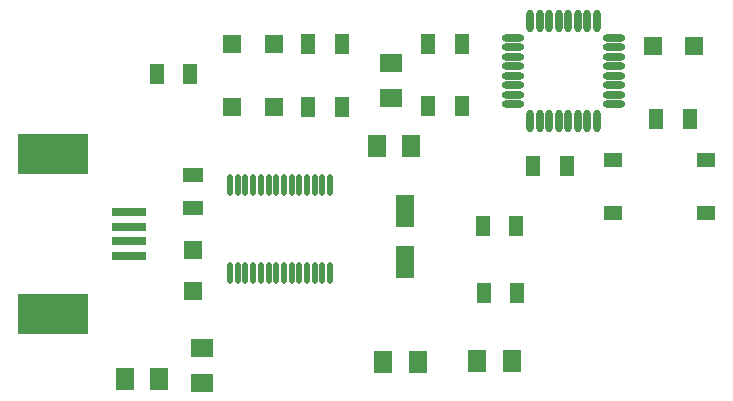
<source format=gtp>
G04*
G04 #@! TF.GenerationSoftware,Altium Limited,Altium Designer,23.10.1 (27)*
G04*
G04 Layer_Color=8421504*
%FSLAX44Y44*%
%MOMM*%
G71*
G04*
G04 #@! TF.SameCoordinates,64171CFE-22FE-4E7E-97F9-8EA8A996B151*
G04*
G04*
G04 #@! TF.FilePolarity,Positive*
G04*
G01*
G75*
%ADD14R,1.5000X1.5000*%
%ADD15R,1.8582X1.5057*%
%ADD16R,1.5057X1.8582*%
%ADD17R,3.0000X0.7000*%
%ADD18R,6.0400X3.4000*%
%ADD19O,0.4500X1.8500*%
%ADD20R,1.7582X1.2557*%
%ADD21R,1.2557X1.7582*%
%ADD22R,1.5500X1.3000*%
%ADD23O,0.6000X1.9500*%
%ADD24O,1.9500X0.6000*%
%ADD25R,1.6000X2.8000*%
%ADD26R,1.5000X1.5000*%
D14*
X415290Y394690D02*
D03*
Y359690D02*
D03*
D15*
X422910Y282418D02*
D03*
Y311942D02*
D03*
X582930Y523718D02*
D03*
Y553242D02*
D03*
D16*
X357348Y285750D02*
D03*
X386872D02*
D03*
X576265Y299720D02*
D03*
X605790D02*
D03*
X570708Y482600D02*
D03*
X600232D02*
D03*
X655798Y300990D02*
D03*
X685322D02*
D03*
D17*
X360830Y414360D02*
D03*
Y401860D02*
D03*
Y426860D02*
D03*
Y389360D02*
D03*
D18*
X296830Y340110D02*
D03*
Y476110D02*
D03*
D19*
X531200Y450000D02*
D03*
X524700D02*
D03*
X518200D02*
D03*
X511700D02*
D03*
X505200D02*
D03*
X498700D02*
D03*
X492200D02*
D03*
X485700D02*
D03*
X479200D02*
D03*
X472700D02*
D03*
X466200D02*
D03*
X459700D02*
D03*
X453200D02*
D03*
X446700D02*
D03*
X531200Y375500D02*
D03*
X524700D02*
D03*
X518200D02*
D03*
X511700D02*
D03*
X505200D02*
D03*
X498700D02*
D03*
X492200D02*
D03*
X485700D02*
D03*
X479200D02*
D03*
X472700D02*
D03*
X466200D02*
D03*
X459700D02*
D03*
X453200D02*
D03*
X446700D02*
D03*
D20*
X415290Y430488D02*
D03*
Y458512D02*
D03*
D21*
X703538Y466090D02*
D03*
X731562D02*
D03*
X412835Y543560D02*
D03*
X384810D02*
D03*
X689652Y358140D02*
D03*
X661628D02*
D03*
X688425Y415290D02*
D03*
X660400D02*
D03*
X835702Y505460D02*
D03*
X807678D02*
D03*
X642662Y516890D02*
D03*
X614638D02*
D03*
X642662Y568960D02*
D03*
X614638D02*
D03*
X541062Y515620D02*
D03*
X513038D02*
D03*
X541062Y568960D02*
D03*
X513038D02*
D03*
D22*
X850010Y425810D02*
D03*
X770510D02*
D03*
X850010Y470810D02*
D03*
X770510D02*
D03*
D23*
X700980Y503600D02*
D03*
X708980D02*
D03*
X716980D02*
D03*
X724980D02*
D03*
X732980D02*
D03*
X740980D02*
D03*
X748980D02*
D03*
X756980D02*
D03*
Y588600D02*
D03*
X748980D02*
D03*
X740980D02*
D03*
X732980D02*
D03*
X724980D02*
D03*
X716980D02*
D03*
X708980D02*
D03*
X700980D02*
D03*
D24*
X771480Y518100D02*
D03*
Y526100D02*
D03*
Y534100D02*
D03*
Y542100D02*
D03*
Y550100D02*
D03*
Y558100D02*
D03*
Y566100D02*
D03*
Y574100D02*
D03*
X686480D02*
D03*
Y566100D02*
D03*
Y558100D02*
D03*
Y550100D02*
D03*
Y542100D02*
D03*
Y534100D02*
D03*
Y526100D02*
D03*
Y518100D02*
D03*
D25*
X594360Y427900D02*
D03*
Y384900D02*
D03*
D26*
X804470Y567690D02*
D03*
X839470D02*
D03*
X483590Y515620D02*
D03*
X448590D02*
D03*
X483590Y568960D02*
D03*
X448590D02*
D03*
M02*

</source>
